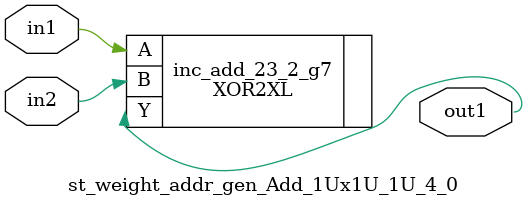
<source format=v>
`timescale 1ps / 1ps


module st_weight_addr_gen_Add_1Ux1U_1U_4_0(in2, in1, out1);
  input in2, in1;
  output out1;
  wire in2, in1;
  wire out1;
  XOR2XL inc_add_23_2_g7(.A (in1), .B (in2), .Y (out1));
endmodule



</source>
